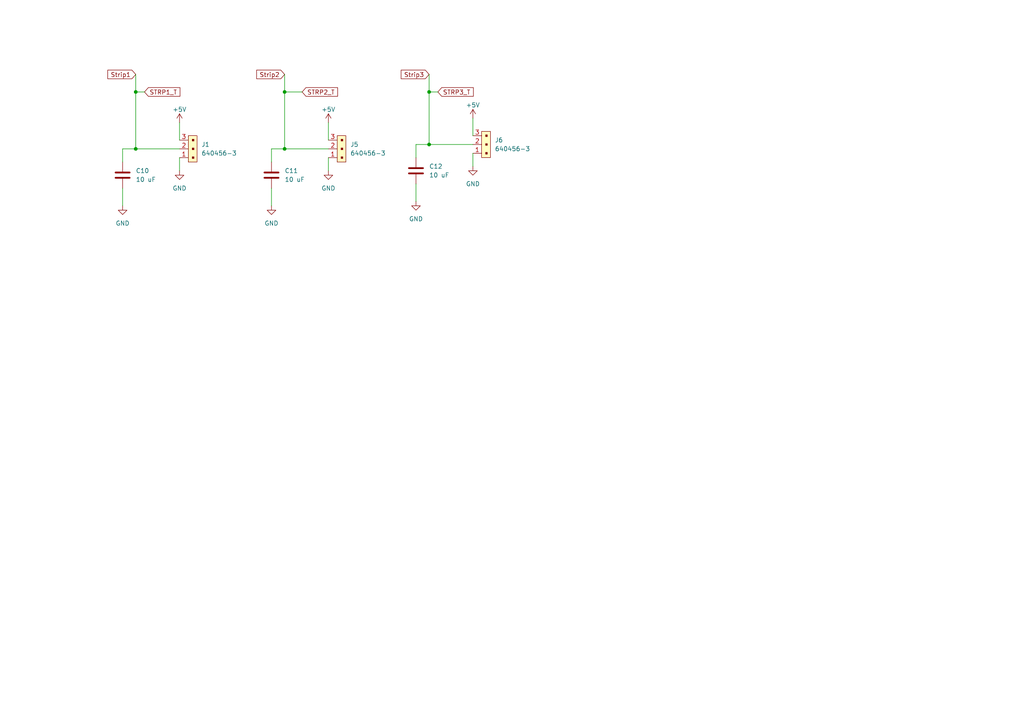
<source format=kicad_sch>
(kicad_sch (version 20211123) (generator eeschema)
  (paper "A4")
  (lib_symbols
    (symbol "Device:C" (pin_numbers hide) (pin_names (offset 0.254))
      (property "Reference" "C" (at 0.635 2.54 0))
      (property "Value" "C" (at 0.635 -2.54 0))
      (symbol "C_0_1"
        (polyline (pts (xy -2.032 -0.762) (xy 2.032 -0.762)) (stroke (width 0.508)))
        (polyline (pts (xy -2.032 0.762) (xy 2.032 0.762)) (stroke (width 0.508)))
      )
      (symbol "C_1_1"
        (pin passive line (at 0 3.81 270) (length 2.794) (name "~") (number "1"))
        (pin passive line (at 0 -3.81 90) (length 2.794) (name "~") (number "2"))
      )
    )
    (symbol "dk_Rectangular-Connectors-Headers-Male-Pins:640456-3" (pin_names (offset 1.016))
      (property "Reference" "J" (at -2.54 1.27 0))
      (property "Value" "640456-3" (at 2.54 -3.81 0))
      (symbol "640456-3_1_1"
        (rectangle (start -1.27 0) (end 6.35 -2.54) (fill (type background)))
        (rectangle (start -0.254 -1.143) (end 0.254 -1.651) (fill (type outline)))
        (rectangle (start 2.286 -1.143) (end 2.794 -1.651) (fill (type outline)))
        (rectangle (start 4.826 -1.143) (end 5.334 -1.651) (fill (type outline)))
        (pin passive line (at 0 2.54 270) (length 2.54) (name "~") (number "1"))
        (pin passive line (at 2.54 2.54 270) (length 2.54) (name "~") (number "2"))
        (pin passive line (at 5.08 2.54 270) (length 2.54) (name "~") (number "3"))
      )
    )
    (symbol "power:+5V" (power) (pin_names (offset 0))
      (property "Value" "+5V" (at 0 3.556 0))
      (symbol "+5V_0_1"
        (polyline (pts (xy -0.762 1.27) (xy 0 2.54)))
        (polyline (pts (xy 0 0) (xy 0 2.54)))
        (polyline (pts (xy 0 2.54) (xy 0.762 1.27)))
      )
      (symbol "+5V_1_1"
        (pin power_in line (at 0 0 90) (length 0) hide (name "+5V") (number "1"))
      )
    )
    (symbol "power:GND" (power) (pin_names (offset 0))
      (property "Value" "GND" (at 0 -3.81 0))
      (symbol "GND_0_1"
        (polyline (pts (xy 0 0) (xy 0 -1.27) (xy 1.27 -1.27) (xy 0 -2.54) (xy -1.27 -1.27) (xy 0 -1.27)))
      )
      (symbol "GND_1_1"
        (pin power_in line (at 0 0 270) (length 0) hide (name "GND") (number "1"))
      )
    )
  )
  (junction (at 39.37 26.67))
  (junction (at 39.37 43.18))
  (junction (at 82.55 26.67))
  (junction (at 124.46 26.67))
  (junction (at 82.55 43.18))
  (junction (at 124.46 41.91))
  (wire (pts (xy 95.25 45.72) (xy 95.25 49.53)))
  (wire (pts (xy 124.46 41.91) (xy 137.16 41.91)))
  (wire (pts (xy 82.55 43.18) (xy 78.74 43.18)))
  (wire (pts (xy 39.37 26.67) (xy 39.37 43.18)))
  (wire (pts (xy 82.55 43.18) (xy 95.25 43.18)))
  (wire (pts (xy 39.37 43.18) (xy 35.56 43.18)))
  (wire (pts (xy 78.74 43.18) (xy 78.74 46.99)))
  (wire (pts (xy 39.37 21.59) (xy 39.37 26.67)))
  (wire (pts (xy 82.55 26.67) (xy 87.63 26.67)))
  (wire (pts (xy 95.25 35.56) (xy 95.25 40.64)))
  (wire (pts (xy 39.37 43.18) (xy 52.07 43.18)))
  (wire (pts (xy 120.65 53.34) (xy 120.65 58.42)))
  (wire (pts (xy 39.37 26.67) (xy 41.91 26.67)))
  (wire (pts (xy 35.56 54.61) (xy 35.56 59.69)))
  (wire (pts (xy 124.46 41.91) (xy 120.65 41.91)))
  (wire (pts (xy 52.07 45.72) (xy 52.07 49.53)))
  (wire (pts (xy 78.74 54.61) (xy 78.74 59.69)))
  (wire (pts (xy 35.56 43.18) (xy 35.56 46.99)))
  (wire (pts (xy 137.16 34.29) (xy 137.16 39.37)))
  (wire (pts (xy 124.46 21.59) (xy 124.46 26.67)))
  (wire (pts (xy 137.16 44.45) (xy 137.16 48.26)))
  (wire (pts (xy 124.46 26.67) (xy 127 26.67)))
  (wire (pts (xy 52.07 35.56) (xy 52.07 40.64)))
  (wire (pts (xy 82.55 21.59) (xy 82.55 26.67)))
  (wire (pts (xy 120.65 41.91) (xy 120.65 45.72)))
  (wire (pts (xy 82.55 26.67) (xy 82.55 43.18)))
  (wire (pts (xy 124.46 26.67) (xy 124.46 41.91)))
  (global_label "STRP2_T" (shape input) (at 87.63 26.67 0) (property "Intersheet References" "${INTERSHEET_REFS}" (effects hide)))
  (global_label "STRP3_T" (shape input) (at 127 26.67 0) (property "Intersheet References" "${INTERSHEET_REFS}" (effects hide)))
  (global_label "Strip3" (shape input) (at 124.46 21.59 180) (property "Intersheet References" "${INTERSHEET_REFS}" (effects hide)))
  (global_label "STRP1_T" (shape input) (at 41.91 26.67 0) (property "Intersheet References" "${INTERSHEET_REFS}" (effects hide)))
  (global_label "Strip1" (shape input) (at 39.37 21.59 180) (property "Intersheet References" "${INTERSHEET_REFS}" (effects hide)))
  (global_label "Strip2" (shape input) (at 82.55 21.59 180) (property "Intersheet References" "${INTERSHEET_REFS}" (effects hide)))
  (symbol (lib_id "power:GND") (at 137.16 48.26 0) (unit 1)
    (property "Reference" "#PWR0142" (effects hide))
    (property "Value" "GND" (at 137.16 53.34 0))
  )
  (symbol (lib_id "power:GND") (at 95.25 49.53 0) (unit 1)
    (property "Reference" "#PWR0139" (effects hide))
    (property "Value" "GND" (at 95.25 54.61 0))
  )
  (symbol (lib_id "dk_Rectangular-Connectors-Headers-Male-Pins:640456-3") (at 97.79 45.72 90) (unit 1)
    (property "Reference" "J5" (at 101.6 41.9099 90) (effects (justify right)))
    (property "Value" "640456-3" (at 101.6 44.4499 90) (effects (justify right)))
    (property "Footprint" "Connector_PinHeader_2.54mm:PinHeader_1x03_P2.54mm_Vertical" (effects hide))
    (property "Datasheet" "https://www.te.com/commerce/DocumentDelivery/DDEController?Action=srchrtrv&DocNm=640456&DocType=Customer+Drawing&DocLang=English" (effects hide))
    (property "Digi-Key_PN" "A19470-ND" (effects hide))
    (property "MPN" "640456-3" (effects hide))
    (property "Category" "Connectors, Interconnects" (effects hide))
    (property "Family" "Rectangular Connectors - Headers, Male Pins" (effects hide))
    (property "DK_Datasheet_Link" "https://www.te.com/commerce/DocumentDelivery/DDEController?Action=srchrtrv&DocNm=640456&DocType=Customer+Drawing&DocLang=English" (effects hide))
    (property "DK_Detail_Page" "/product-detail/en/te-connectivity-amp-connectors/640456-3/A19470-ND/259010" (effects hide))
    (property "Description" "CONN HEADER VERT 3POS 2.54MM" (effects hide))
    (property "Manufacturer" "TE Connectivity AMP Connectors" (effects hide))
    (property "Status" "Active" (effects hide))
  )
  (symbol (lib_id "power:+5V") (at 137.16 34.29 0) (unit 1)
    (property "Reference" "#PWR0145" (effects hide))
    (property "Value" "+5V" (at 137.16 30.48 0))
  )
  (symbol (lib_id "Device:C") (at 78.74 50.8 0) (unit 1)
    (property "Reference" "C11" (at 82.55 49.5299 0) (effects (justify left)))
    (property "Value" "10 uF" (at 82.55 52.0699 0) (effects (justify left)))
    (property "Footprint" "Capacitor_SMD:C_0805_2012Metric" (effects hide))
  )
  (symbol (lib_id "power:GND") (at 120.65 58.42 0) (unit 1)
    (property "Reference" "#PWR0143" (effects hide))
    (property "Value" "GND" (at 120.65 63.5 0))
  )
  (symbol (lib_id "dk_Rectangular-Connectors-Headers-Male-Pins:640456-3") (at 54.61 45.72 90) (unit 1)
    (property "Reference" "J1" (at 58.42 41.9099 90) (effects (justify right)))
    (property "Value" "640456-3" (at 58.42 44.4499 90) (effects (justify right)))
    (property "Footprint" "Connector_PinHeader_2.54mm:PinHeader_1x03_P2.54mm_Vertical" (effects hide))
    (property "Datasheet" "https://www.te.com/commerce/DocumentDelivery/DDEController?Action=srchrtrv&DocNm=640456&DocType=Customer+Drawing&DocLang=English" (effects hide))
    (property "Digi-Key_PN" "A19470-ND" (effects hide))
    (property "MPN" "640456-3" (effects hide))
    (property "Category" "Connectors, Interconnects" (effects hide))
    (property "Family" "Rectangular Connectors - Headers, Male Pins" (effects hide))
    (property "DK_Datasheet_Link" "https://www.te.com/commerce/DocumentDelivery/DDEController?Action=srchrtrv&DocNm=640456&DocType=Customer+Drawing&DocLang=English" (effects hide))
    (property "DK_Detail_Page" "/product-detail/en/te-connectivity-amp-connectors/640456-3/A19470-ND/259010" (effects hide))
    (property "Description" "CONN HEADER VERT 3POS 2.54MM" (effects hide))
    (property "Manufacturer" "TE Connectivity AMP Connectors" (effects hide))
    (property "Status" "Active" (effects hide))
  )
  (symbol (lib_id "power:+5V") (at 52.07 35.56 0) (unit 1)
    (property "Reference" "#PWR0140" (effects hide))
    (property "Value" "+5V" (at 52.07 31.75 0))
  )
  (symbol (lib_id "dk_Rectangular-Connectors-Headers-Male-Pins:640456-3") (at 139.7 44.45 90) (unit 1)
    (property "Reference" "J6" (at 143.51 40.6399 90) (effects (justify right)))
    (property "Value" "640456-3" (at 143.51 43.1799 90) (effects (justify right)))
    (property "Footprint" "Connector_PinHeader_2.54mm:PinHeader_1x03_P2.54mm_Vertical" (effects hide))
    (property "Datasheet" "https://www.te.com/commerce/DocumentDelivery/DDEController?Action=srchrtrv&DocNm=640456&DocType=Customer+Drawing&DocLang=English" (effects hide))
    (property "Digi-Key_PN" "A19470-ND" (effects hide))
    (property "MPN" "640456-3" (effects hide))
    (property "Category" "Connectors, Interconnects" (effects hide))
    (property "Family" "Rectangular Connectors - Headers, Male Pins" (effects hide))
    (property "DK_Datasheet_Link" "https://www.te.com/commerce/DocumentDelivery/DDEController?Action=srchrtrv&DocNm=640456&DocType=Customer+Drawing&DocLang=English" (effects hide))
    (property "DK_Detail_Page" "/product-detail/en/te-connectivity-amp-connectors/640456-3/A19470-ND/259010" (effects hide))
    (property "Description" "CONN HEADER VERT 3POS 2.54MM" (effects hide))
    (property "Manufacturer" "TE Connectivity AMP Connectors" (effects hide))
    (property "Status" "Active" (effects hide))
  )
  (symbol (lib_id "power:GND") (at 52.07 49.53 0) (unit 1)
    (property "Reference" "#PWR0141" (effects hide))
    (property "Value" "GND" (at 52.07 54.61 0))
  )
  (symbol (lib_id "Device:C") (at 120.65 49.53 0) (unit 1)
    (property "Reference" "C12" (at 124.46 48.2599 0) (effects (justify left)))
    (property "Value" "10 uF" (at 124.46 50.7999 0) (effects (justify left)))
    (property "Footprint" "Capacitor_SMD:C_0805_2012Metric" (effects hide))
  )
  (symbol (lib_id "power:GND") (at 78.74 59.69 0) (unit 1)
    (property "Reference" "#PWR0144" (effects hide))
    (property "Value" "GND" (at 78.74 64.77 0))
  )
  (symbol (lib_id "power:+5V") (at 95.25 35.56 0) (unit 1)
    (property "Reference" "#PWR0131" (effects hide))
    (property "Value" "+5V" (at 95.25 31.75 0))
  )
  (symbol (lib_id "Device:C") (at 35.56 50.8 0) (unit 1)
    (property "Reference" "C10" (at 39.37 49.5299 0) (effects (justify left)))
    (property "Value" "10 uF" (at 39.37 52.0699 0) (effects (justify left)))
    (property "Footprint" "Capacitor_SMD:C_0805_2012Metric" (effects hide))
  )
  (symbol (lib_id "power:GND") (at 35.56 59.69 0) (unit 1)
    (property "Reference" "#PWR0127" (effects hide))
    (property "Value" "GND" (at 35.56 64.77 0))
  )
)
</source>
